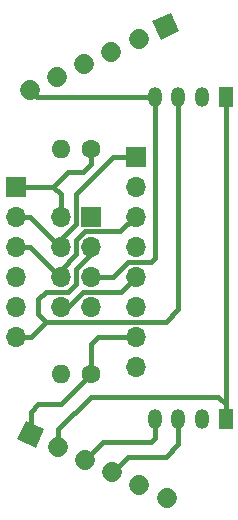
<source format=gbl>
G04 #@! TF.FileFunction,Copper,L2,Bot,Signal*
%FSLAX46Y46*%
G04 Gerber Fmt 4.6, Leading zero omitted, Abs format (unit mm)*
G04 Created by KiCad (PCBNEW 4.0.7) date 05/22/20 14:46:27*
%MOMM*%
%LPD*%
G01*
G04 APERTURE LIST*
%ADD10C,0.100000*%
%ADD11R,1.700000X1.700000*%
%ADD12O,1.700000X1.700000*%
%ADD13R,1.200000X1.700000*%
%ADD14O,1.200000X1.700000*%
%ADD15C,1.700000*%
%ADD16C,1.600000*%
%ADD17O,1.600000X1.600000*%
%ADD18C,0.400000*%
G04 APERTURE END LIST*
D10*
D11*
X69850000Y-60960000D03*
D12*
X67310000Y-60960000D03*
X69850000Y-63500000D03*
X67310000Y-63500000D03*
X69850000Y-66040000D03*
X67310000Y-66040000D03*
X69850000Y-68580000D03*
X67310000Y-68580000D03*
D13*
X81280000Y-50800000D03*
D14*
X79280000Y-50800000D03*
X77280000Y-50800000D03*
X75280000Y-50800000D03*
D13*
X81280000Y-78105000D03*
D14*
X79280000Y-78105000D03*
X77280000Y-78105000D03*
X75280000Y-78105000D03*
D11*
X73660000Y-55880000D03*
D12*
X73660000Y-58420000D03*
X73660000Y-60960000D03*
X73660000Y-63500000D03*
X73660000Y-66040000D03*
X73660000Y-68580000D03*
X73660000Y-71120000D03*
X73660000Y-73660000D03*
D10*
G36*
X65181136Y-80504587D02*
X63640413Y-79786136D01*
X64358864Y-78245413D01*
X65899587Y-78963864D01*
X65181136Y-80504587D01*
X65181136Y-80504587D01*
G37*
D15*
X67072022Y-80448450D02*
X67072022Y-80448450D01*
X69374044Y-81521901D02*
X69374044Y-81521901D01*
X71676065Y-82595351D02*
X71676065Y-82595351D01*
X73978087Y-83668802D02*
X73978087Y-83668802D01*
X76280109Y-84742252D02*
X76280109Y-84742252D01*
D11*
X63500000Y-58420000D03*
D12*
X63500000Y-60960000D03*
X63500000Y-63500000D03*
X63500000Y-66040000D03*
X63500000Y-68580000D03*
X63500000Y-71120000D03*
D10*
G36*
X75070413Y-44419864D02*
X76611136Y-43701413D01*
X77329587Y-45242136D01*
X75788864Y-45960587D01*
X75070413Y-44419864D01*
X75070413Y-44419864D01*
G37*
D15*
X73897978Y-45904450D02*
X73897978Y-45904450D01*
X71595956Y-46977901D02*
X71595956Y-46977901D01*
X69293935Y-48051351D02*
X69293935Y-48051351D01*
X66991913Y-49124802D02*
X66991913Y-49124802D01*
X64689891Y-50198252D02*
X64689891Y-50198252D01*
D16*
X69850000Y-55245000D03*
D17*
X67310000Y-55245000D03*
D16*
X69850000Y-74295000D03*
D17*
X67310000Y-74295000D03*
D18*
X69850000Y-74295000D02*
X67310000Y-76835000D01*
X64770000Y-77470000D02*
X64770000Y-79375000D01*
X65405000Y-76835000D02*
X64770000Y-77470000D01*
X67310000Y-76835000D02*
X65405000Y-76835000D01*
X66675000Y-58420000D02*
X67945000Y-57150000D01*
X69850000Y-56515000D02*
X69850000Y-55245000D01*
X69215000Y-57150000D02*
X69850000Y-56515000D01*
X67945000Y-57150000D02*
X69215000Y-57150000D01*
X63500000Y-58420000D02*
X66675000Y-58420000D01*
X67310000Y-59055000D02*
X67310000Y-60960000D01*
X66675000Y-58420000D02*
X67310000Y-59055000D01*
X69850000Y-71755000D02*
X70485000Y-71120000D01*
X70485000Y-71120000D02*
X73660000Y-71120000D01*
X69850000Y-74295000D02*
X69850000Y-71755000D01*
X66040000Y-69850000D02*
X65405000Y-69215000D01*
X65405000Y-67945000D02*
X66040000Y-67310000D01*
X65405000Y-69215000D02*
X65405000Y-67945000D01*
X69850000Y-63500000D02*
X69850000Y-64135000D01*
X69850000Y-64135000D02*
X68580000Y-65405000D01*
X67945000Y-67310000D02*
X66040000Y-67310000D01*
X68580000Y-66675000D02*
X67945000Y-67310000D01*
X68580000Y-65405000D02*
X68580000Y-66675000D01*
X63500000Y-71120000D02*
X64770000Y-71120000D01*
X77280000Y-68770000D02*
X77280000Y-50800000D01*
X76200000Y-69850000D02*
X77280000Y-68770000D01*
X66040000Y-69850000D02*
X76200000Y-69850000D01*
X64770000Y-71120000D02*
X66040000Y-69850000D01*
X81280000Y-50800000D02*
X81280000Y-78105000D01*
X67310000Y-63500000D02*
X67310000Y-62865000D01*
X67310000Y-62865000D02*
X68599600Y-61575400D01*
X68599600Y-61575400D02*
X68599600Y-59035400D01*
X73660000Y-55880000D02*
X71755000Y-55880000D01*
X71755000Y-55880000D02*
X68599600Y-59035400D01*
X63500000Y-60960000D02*
X64750300Y-60960000D01*
X64750300Y-60960000D02*
X67290300Y-63500000D01*
X67290300Y-63500000D02*
X67310000Y-63500000D01*
X67072022Y-80448450D02*
X67072022Y-78977978D01*
X67072022Y-78977978D02*
X69850000Y-76200000D01*
X69850000Y-76200000D02*
X80645000Y-76200000D01*
X80645000Y-76200000D02*
X81280000Y-76835000D01*
X81280000Y-76835000D02*
X81280000Y-78105000D01*
X75280000Y-50800000D02*
X65291639Y-50800000D01*
X65291639Y-50800000D02*
X64689891Y-50198252D01*
X75280000Y-50800000D02*
X75280000Y-64420000D01*
X71755000Y-66040000D02*
X69850000Y-66040000D01*
X73025000Y-64770000D02*
X71755000Y-66040000D01*
X74930000Y-64770000D02*
X73025000Y-64770000D01*
X75280000Y-64420000D02*
X74930000Y-64770000D01*
X67310000Y-68580000D02*
X67945000Y-68580000D01*
X67945000Y-68580000D02*
X69215000Y-67310000D01*
X72390000Y-67310000D02*
X73660000Y-66040000D01*
X69215000Y-67310000D02*
X72390000Y-67310000D01*
X71676065Y-82595351D02*
X71709649Y-82595351D01*
X71709649Y-82595351D02*
X73025000Y-81280000D01*
X73025000Y-81280000D02*
X76200000Y-81280000D01*
X76200000Y-81280000D02*
X77280000Y-80200000D01*
X77280000Y-80200000D02*
X77280000Y-78105000D01*
X63500000Y-63500000D02*
X64750300Y-63500000D01*
X64750300Y-63500000D02*
X67290300Y-66040000D01*
X67290300Y-66040000D02*
X67310000Y-66040000D01*
X67310000Y-66040000D02*
X67310000Y-65441800D01*
X67310000Y-65441800D02*
X68599600Y-64152200D01*
X68599600Y-64152200D02*
X68599600Y-62966200D01*
X68599600Y-62966200D02*
X69355500Y-62210300D01*
X69355500Y-62210300D02*
X72370300Y-62210300D01*
X72370300Y-62210300D02*
X73620600Y-60960000D01*
X73620600Y-60960000D02*
X73660000Y-60960000D01*
X75280000Y-78105000D02*
X75280000Y-79660000D01*
X70885945Y-80010000D02*
X69374044Y-81521901D01*
X74930000Y-80010000D02*
X70885945Y-80010000D01*
X75280000Y-79660000D02*
X74930000Y-80010000D01*
X69355500Y-62210300D02*
X68599600Y-62966200D01*
M02*

</source>
